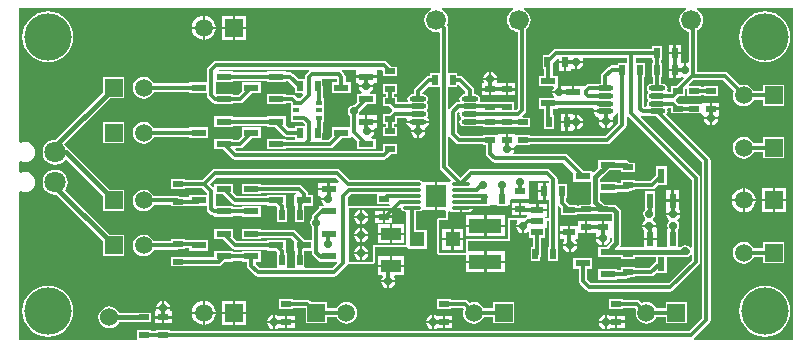
<source format=gtl>
G04 Layer_Physical_Order=1*
G04 Layer_Color=255*
%FSLAX24Y24*%
%MOIN*%
G70*
G01*
G75*
%ADD10R,0.0354X0.0197*%
%ADD11R,0.0197X0.0354*%
%ADD12O,0.0571X0.0177*%
%ADD13R,0.0512X0.0236*%
%ADD14R,0.0236X0.0165*%
%ADD15R,0.0236X0.0512*%
%ADD16R,0.0413X0.0236*%
%ADD17R,0.1102X0.0492*%
%ADD18O,0.0630X0.0118*%
%ADD19R,0.0661X0.0740*%
%ADD20R,0.0512X0.0512*%
%ADD21R,0.0669X0.0433*%
%ADD22C,0.0120*%
%ADD23C,0.0150*%
%ADD24C,0.0591*%
%ADD25R,0.0591X0.0591*%
%ADD26C,0.0661*%
%ADD27C,0.0709*%
%ADD28C,0.0197*%
%ADD29C,0.0280*%
%ADD30C,0.1575*%
%ADD31C,0.0600*%
G36*
X28449Y19099D02*
X28644Y18904D01*
X28691Y18873D01*
X28745Y18862D01*
X28745Y18862D01*
X29563D01*
Y18846D01*
X29657D01*
Y18550D01*
X29657Y18550D01*
X29668Y18495D01*
X29699Y18449D01*
X29849Y18299D01*
X29895Y18268D01*
X29950Y18257D01*
X29950Y18257D01*
X32227D01*
X32571Y17914D01*
Y17622D01*
X33142D01*
Y16945D01*
X33150Y16904D01*
X33119Y16854D01*
X32763D01*
Y16817D01*
X32698D01*
Y16852D01*
X32455D01*
X32338Y16969D01*
Y17063D01*
X32354D01*
Y17537D01*
X32043D01*
Y17700D01*
X32043Y17700D01*
X32032Y17755D01*
X32001Y17801D01*
X32001Y17801D01*
X31801Y18001D01*
X31755Y18032D01*
X31700Y18043D01*
X31700Y18043D01*
X29173D01*
X29173Y18043D01*
X29119Y18032D01*
X29072Y18001D01*
X29072Y18001D01*
X28817Y17746D01*
X28393Y18170D01*
Y19093D01*
X28443Y19109D01*
X28449Y19099D01*
D02*
G37*
G36*
X27820Y23348D02*
X27803Y23341D01*
X27721Y23279D01*
X27659Y23197D01*
X27619Y23102D01*
X27606Y23000D01*
X27619Y22898D01*
X27659Y22803D01*
X27721Y22721D01*
X27803Y22659D01*
X27898Y22619D01*
X28000Y22606D01*
X28057Y22613D01*
X28107Y22570D01*
Y21237D01*
X27796D01*
Y21147D01*
X27750Y21143D01*
X27695Y21132D01*
X27649Y21101D01*
X27283Y20735D01*
X27252Y20688D01*
X27241Y20634D01*
X27241Y20634D01*
Y20535D01*
X27187D01*
X27129Y20524D01*
X27080Y20491D01*
X27047Y20442D01*
X27036Y20384D01*
X27047Y20326D01*
X27051Y20321D01*
X27024Y20271D01*
X26687D01*
Y20454D01*
X26593D01*
Y20546D01*
X26687D01*
Y20863D01*
X26213D01*
Y20546D01*
X26307D01*
Y20454D01*
X26213D01*
Y20137D01*
X26407D01*
X26513Y20031D01*
X26516Y20022D01*
Y19978D01*
X26513Y19969D01*
X26407Y19863D01*
X26213D01*
Y19546D01*
X26307D01*
Y19454D01*
X26213D01*
Y19137D01*
X26687D01*
Y19454D01*
X26593D01*
Y19546D01*
X26687D01*
Y19729D01*
X26980D01*
X27007Y19679D01*
X27003Y19656D01*
X27765D01*
X27758Y19690D01*
X27717Y19752D01*
X27691Y19769D01*
X27721Y19814D01*
X27732Y19872D01*
X27721Y19930D01*
X27696Y19966D01*
X27691Y20000D01*
X27696Y20034D01*
X27721Y20070D01*
X27732Y20128D01*
X27721Y20186D01*
X27688Y20235D01*
Y20277D01*
X27721Y20326D01*
X27732Y20384D01*
X27721Y20442D01*
X27688Y20491D01*
X27639Y20524D01*
X27581Y20535D01*
X27552D01*
X27537Y20585D01*
X27750Y20798D01*
X27796Y20779D01*
Y20763D01*
X28107D01*
Y18111D01*
X28107Y18111D01*
X28118Y18056D01*
X28149Y18010D01*
X28480Y17679D01*
X28475Y17630D01*
X28431Y17620D01*
X28431Y17620D01*
X28040D01*
Y17150D01*
Y16680D01*
X28304D01*
X28339Y16644D01*
X28340Y16632D01*
X28335Y16621D01*
Y16415D01*
X28100D01*
X28054Y16396D01*
X28035Y16350D01*
Y15250D01*
X28054Y15204D01*
X28100Y15185D01*
X28989D01*
Y14990D01*
X29600D01*
Y15296D01*
X29065D01*
Y15635D01*
X30400D01*
X30446Y15654D01*
X30465Y15700D01*
Y16335D01*
X30675D01*
X30702Y16285D01*
X30674Y16244D01*
X30663Y16190D01*
X30900D01*
Y16150D01*
X30940D01*
Y15913D01*
X30994Y15924D01*
X31052Y15963D01*
X31102Y15937D01*
Y15748D01*
X31212D01*
Y15437D01*
X31146D01*
Y14963D01*
X31463D01*
Y15110D01*
X31487Y15145D01*
X31497Y15200D01*
Y15748D01*
X31635D01*
Y16082D01*
X31675D01*
Y16322D01*
X31715Y16331D01*
X31757Y16299D01*
Y15437D01*
X31737D01*
Y14963D01*
X32054D01*
Y15437D01*
X32043D01*
Y16797D01*
X32093Y16812D01*
X32094Y16809D01*
X32165Y16739D01*
Y16496D01*
X32698D01*
Y16531D01*
X32979D01*
X32979Y16531D01*
X33007Y16537D01*
X33237D01*
Y16553D01*
X33313D01*
Y16537D01*
X33787D01*
Y16537D01*
X33839D01*
X33842Y16535D01*
Y16347D01*
X33827Y16303D01*
X33792Y16303D01*
X33590D01*
Y16105D01*
X33510D01*
Y16303D01*
X33040D01*
Y16105D01*
Y15906D01*
X33313D01*
X33336Y15862D01*
X33324Y15844D01*
X33313Y15790D01*
X33550D01*
Y15750D01*
X33590D01*
Y15513D01*
X33644Y15524D01*
X33723Y15577D01*
X33776Y15656D01*
X33792Y15736D01*
X33842Y15731D01*
Y15626D01*
X33668Y15452D01*
X33397D01*
Y15096D01*
X34029D01*
Y15116D01*
X34163D01*
Y15037D01*
X34637D01*
Y15119D01*
X35322D01*
Y14960D01*
X35109Y14747D01*
X34637D01*
Y14763D01*
X34163D01*
Y14669D01*
X34029D01*
Y14704D01*
X33397D01*
Y14348D01*
X34029D01*
Y14383D01*
X34321D01*
X34321Y14383D01*
X34376Y14394D01*
X34422Y14425D01*
X34443Y14446D01*
X34637D01*
Y14462D01*
X35168D01*
X35168Y14462D01*
X35223Y14473D01*
X35269Y14504D01*
X35336Y14571D01*
X35678D01*
Y15119D01*
X36210D01*
X36222Y15112D01*
X36300Y15096D01*
X36378Y15112D01*
X36444Y15156D01*
X36457Y15175D01*
X36507Y15160D01*
Y15009D01*
X35741Y14243D01*
X33159D01*
X33029Y14373D01*
Y14722D01*
X33203D01*
Y15078D01*
X32571D01*
Y14722D01*
X32744D01*
Y14313D01*
X32744Y14313D01*
X32755Y14259D01*
X32786Y14212D01*
X32999Y13999D01*
X32999Y13999D01*
X33045Y13968D01*
X33100Y13957D01*
X35800D01*
X35800Y13957D01*
X35855Y13968D01*
X35901Y13999D01*
X36751Y14849D01*
X36751Y14849D01*
X36782Y14895D01*
X36793Y14950D01*
X36793Y14950D01*
Y17750D01*
X36793Y17750D01*
X36782Y17805D01*
X36751Y17851D01*
X36751Y17851D01*
X34811Y19791D01*
X34811Y19792D01*
X34841Y19832D01*
X34884Y19823D01*
X35125D01*
X35169Y19815D01*
X35316D01*
X36857Y18273D01*
Y13059D01*
X36441Y12643D01*
X19137D01*
Y12663D01*
X18663D01*
Y12643D01*
X18487D01*
Y12663D01*
X18013D01*
Y12352D01*
X14102D01*
Y17271D01*
X14152Y17298D01*
X14212Y17273D01*
X14300Y17262D01*
X14388Y17273D01*
X14469Y17307D01*
X14539Y17361D01*
X14593Y17431D01*
X14627Y17512D01*
X14638Y17600D01*
X14627Y17688D01*
X14593Y17769D01*
X14539Y17839D01*
X14469Y17893D01*
X14388Y17927D01*
X14300Y17938D01*
X14212Y17927D01*
X14152Y17902D01*
X14102Y17929D01*
Y18271D01*
X14152Y18298D01*
X14212Y18273D01*
X14300Y18262D01*
X14388Y18273D01*
X14469Y18307D01*
X14539Y18361D01*
X14593Y18431D01*
X14627Y18512D01*
X14638Y18600D01*
X14627Y18688D01*
X14593Y18769D01*
X14539Y18839D01*
X14469Y18893D01*
X14388Y18927D01*
X14300Y18938D01*
X14212Y18927D01*
X14152Y18902D01*
X14102Y18929D01*
Y23398D01*
X27810D01*
X27820Y23348D01*
D02*
G37*
G36*
X35196Y21663D02*
X35212D01*
Y21587D01*
X35196D01*
Y21113D01*
X35212D01*
Y20885D01*
X35169D01*
X35111Y20874D01*
X35062Y20841D01*
X35029Y20792D01*
X35018Y20734D01*
X35029Y20676D01*
X35062Y20627D01*
Y20585D01*
X35029Y20536D01*
X35018Y20478D01*
X35029Y20420D01*
X35054Y20384D01*
X35059Y20350D01*
X35054Y20316D01*
X35029Y20280D01*
X35018Y20222D01*
X35029Y20164D01*
X35033Y20159D01*
X35006Y20109D01*
X34943D01*
X34938Y20114D01*
Y21113D01*
X34954D01*
Y21587D01*
X34643D01*
Y21757D01*
X35196D01*
Y21663D01*
D02*
G37*
G36*
X39898Y12352D02*
X36620D01*
X36604Y12391D01*
X36604Y12402D01*
X37101Y12899D01*
X37101Y12899D01*
X37132Y12945D01*
X37143Y13000D01*
X37143Y13000D01*
Y18332D01*
X37143Y18332D01*
X37132Y18387D01*
X37101Y18433D01*
X37101Y18433D01*
X35672Y19862D01*
X35703Y19908D01*
X35714Y19966D01*
X35703Y20024D01*
X35699Y20029D01*
X35726Y20079D01*
X35813D01*
Y19896D01*
X36287D01*
Y19912D01*
X36363D01*
Y19896D01*
X36823D01*
X36837Y19896D01*
X36873Y19862D01*
Y19856D01*
X36877D01*
X36916Y19806D01*
X36913Y19790D01*
X37387D01*
X37383Y19806D01*
X37423Y19856D01*
X37427D01*
Y20015D01*
X37150D01*
Y20055D01*
X37110D01*
Y20253D01*
X36873D01*
Y20248D01*
X36837Y20213D01*
X36823Y20213D01*
X36363D01*
Y20197D01*
X36287D01*
Y20213D01*
X36093D01*
X35987Y20319D01*
X35981Y20335D01*
Y20365D01*
X35987Y20381D01*
X36093Y20487D01*
X36287D01*
Y20701D01*
X36315Y20724D01*
X36363Y20703D01*
Y20487D01*
X36837D01*
Y20503D01*
X36913D01*
Y20487D01*
X37387D01*
Y20804D01*
X36913D01*
Y20788D01*
X36837D01*
Y20804D01*
X36449D01*
X36429Y20850D01*
X36573Y20993D01*
X37555D01*
X37919Y20629D01*
X37904Y20593D01*
X37892Y20500D01*
X37904Y20407D01*
X37940Y20321D01*
X37997Y20247D01*
X38071Y20190D01*
X38157Y20154D01*
X38250Y20142D01*
X38343Y20154D01*
X38429Y20190D01*
X38503Y20247D01*
X38560Y20321D01*
X38575Y20357D01*
X38895D01*
Y20145D01*
X39605D01*
Y20855D01*
X38895D01*
Y20643D01*
X38575D01*
X38560Y20679D01*
X38503Y20753D01*
X38429Y20810D01*
X38343Y20846D01*
X38250Y20858D01*
X38157Y20846D01*
X38121Y20831D01*
X37715Y21237D01*
X37668Y21268D01*
X37614Y21279D01*
X37614Y21279D01*
X36703D01*
Y22663D01*
X36779Y22721D01*
X36841Y22803D01*
X36881Y22898D01*
X36894Y23000D01*
X36881Y23102D01*
X36841Y23197D01*
X36779Y23279D01*
X36697Y23341D01*
X36680Y23348D01*
X36690Y23398D01*
X39898D01*
Y12352D01*
D02*
G37*
G36*
X34399Y19799D02*
X36507Y17691D01*
Y15440D01*
X36457Y15425D01*
X36444Y15444D01*
X36378Y15488D01*
X36300Y15504D01*
X36222Y15488D01*
X36156Y15444D01*
X36150Y15436D01*
X36052D01*
Y16018D01*
X36088Y16072D01*
X36104Y16150D01*
X36088Y16228D01*
X36044Y16294D01*
X36034Y16301D01*
Y16351D01*
X36073Y16377D01*
X36126Y16456D01*
X36137Y16510D01*
X35663D01*
X35674Y16456D01*
X35727Y16377D01*
X35766Y16351D01*
Y16301D01*
X35756Y16294D01*
X35712Y16228D01*
X35696Y16150D01*
X35710Y16079D01*
X35696Y16029D01*
X35696D01*
X35696Y16029D01*
Y15436D01*
X35344D01*
Y15673D01*
X34908D01*
Y15436D01*
X34400D01*
X34352Y15426D01*
X34321Y15432D01*
X34161D01*
X34134Y15482D01*
X34146Y15500D01*
X34158Y15561D01*
Y16600D01*
X34146Y16660D01*
X34112Y16712D01*
X34012Y16812D01*
X33960Y16846D01*
X33900Y16858D01*
X33876Y16853D01*
X33787D01*
Y16854D01*
X33615D01*
X33458Y17011D01*
Y17248D01*
X34029D01*
Y17283D01*
X34400D01*
X34455Y17294D01*
X34501Y17325D01*
X34515Y17346D01*
X34637D01*
Y17362D01*
X35191D01*
X35191Y17362D01*
X35246Y17373D01*
X35292Y17404D01*
X35386Y17497D01*
X35678D01*
Y18129D01*
X35322D01*
Y17837D01*
X35132Y17647D01*
X34637D01*
Y17663D01*
X34163D01*
Y17569D01*
X34029D01*
Y17604D01*
X33458D01*
Y17695D01*
X33759Y17996D01*
X34029D01*
Y18016D01*
X34163D01*
Y17937D01*
X34637D01*
Y18254D01*
X34465D01*
X34433Y18286D01*
X34382Y18320D01*
X34321Y18332D01*
X34029D01*
Y18352D01*
X33397D01*
Y18082D01*
X33249Y17933D01*
X33203Y17952D01*
Y17978D01*
X32910D01*
X32388Y18501D01*
X32341Y18532D01*
X32287Y18543D01*
X32287Y18543D01*
X30587D01*
X30563Y18587D01*
X30576Y18606D01*
X30587Y18660D01*
X30350D01*
Y18740D01*
X30587D01*
X30584Y18756D01*
X30623Y18806D01*
X30627D01*
Y18812D01*
X30663Y18846D01*
X31137D01*
Y18862D01*
X33705D01*
X33705Y18862D01*
X33759Y18873D01*
X33806Y18904D01*
X34306Y19404D01*
X34306Y19404D01*
X34337Y19450D01*
X34347Y19505D01*
X34347Y19505D01*
Y19786D01*
X34397Y19801D01*
X34399Y19799D01*
D02*
G37*
G36*
X31748Y17650D02*
X31757Y17641D01*
Y17577D01*
X31645D01*
Y17300D01*
Y17023D01*
X31757D01*
Y16435D01*
X31722Y16400D01*
X31635D01*
Y16456D01*
X31675D01*
Y16634D01*
X31369D01*
Y16674D01*
X31328D01*
Y16892D01*
X31077D01*
Y16903D01*
X30840D01*
Y16705D01*
Y16506D01*
X31016D01*
X31025Y16494D01*
X31022Y16458D01*
X31007Y16434D01*
X30995Y16432D01*
X30949Y16401D01*
X30948Y16400D01*
X30400D01*
Y15700D01*
X29000D01*
Y15250D01*
X28100D01*
Y16350D01*
X28400D01*
Y16621D01*
X28431Y16635D01*
X28450Y16639D01*
X28499Y16606D01*
X28561Y16594D01*
X28777D01*
Y16756D01*
X28817D01*
Y16796D01*
X29252D01*
X29264Y16810D01*
X29498D01*
X29498Y16810D01*
X29511Y16813D01*
X29763D01*
Y16815D01*
X29799Y16850D01*
X30037D01*
Y16813D01*
X30354D01*
Y16815D01*
X30389Y16850D01*
X30450D01*
X30450Y17015D01*
X30485Y17050D01*
X31100Y17050D01*
X31100Y17650D01*
X31748Y17650D01*
D02*
G37*
G36*
X36320Y23348D02*
X36303Y23341D01*
X36221Y23279D01*
X36159Y23197D01*
X36119Y23102D01*
X36106Y23000D01*
X36119Y22898D01*
X36159Y22803D01*
X36221Y22721D01*
X36303Y22659D01*
X36398Y22619D01*
X36417Y22617D01*
Y21616D01*
X36367Y21581D01*
X36340Y21587D01*
Y21350D01*
X36260D01*
Y21587D01*
X36206Y21576D01*
X36188Y21564D01*
X36144Y21587D01*
Y21860D01*
X35747D01*
Y21623D01*
Y21390D01*
X35945D01*
Y21350D01*
X35985D01*
Y21073D01*
X36144D01*
Y21113D01*
X36188Y21136D01*
X36189Y21136D01*
X36206Y21124D01*
X36229Y21119D01*
X36232Y21118D01*
X36247Y21071D01*
X35980Y20804D01*
X35813D01*
Y20621D01*
X35726D01*
X35699Y20671D01*
X35703Y20676D01*
X35714Y20734D01*
X35703Y20792D01*
X35670Y20841D01*
X35621Y20874D01*
X35563Y20885D01*
X35497D01*
Y21113D01*
X35513D01*
Y21587D01*
X35497D01*
Y21663D01*
X35513D01*
Y22137D01*
X35196D01*
Y22043D01*
X32005D01*
X32005Y22043D01*
X31950Y22032D01*
X31904Y22001D01*
X31904Y22001D01*
X31740Y21837D01*
X31546D01*
Y21363D01*
X31594D01*
Y21152D01*
X31421D01*
Y20796D01*
X31886D01*
X31913Y20746D01*
X31878Y20694D01*
X31868Y20640D01*
X32064D01*
Y20864D01*
X32053Y20874D01*
Y21152D01*
X31879D01*
Y21568D01*
X31879Y21572D01*
X32047Y21740D01*
X32097Y21720D01*
Y21640D01*
X32295D01*
Y21600D01*
X32335D01*
Y21323D01*
X32494D01*
Y21363D01*
X32538Y21386D01*
X32556Y21374D01*
X32610Y21363D01*
Y21600D01*
X32650D01*
Y21640D01*
X32887D01*
X32876Y21694D01*
X32863Y21713D01*
X32887Y21757D01*
X34357D01*
Y21587D01*
X34046D01*
Y21493D01*
X33850D01*
X33850Y21493D01*
X33795Y21482D01*
X33749Y21451D01*
X33533Y21235D01*
X33502Y21188D01*
X33491Y21134D01*
X33491Y21134D01*
Y20885D01*
X33437D01*
X33393Y20877D01*
X33084D01*
X33084Y20877D01*
X33029Y20866D01*
X32983Y20835D01*
X32983Y20835D01*
X32966Y20818D01*
X32919Y20818D01*
Y20818D01*
X32919Y20818D01*
X32603D01*
Y20600D01*
X32523D01*
Y20818D01*
X32210D01*
X32198Y20826D01*
X32144Y20837D01*
Y20600D01*
X32104D01*
Y20560D01*
X31868D01*
X31878Y20506D01*
X31913Y20454D01*
X31886Y20404D01*
X31421D01*
Y20048D01*
X31594D01*
Y19618D01*
X31594Y19618D01*
X31596Y19606D01*
Y19363D01*
X31913D01*
Y19837D01*
X31879D01*
Y20048D01*
X32053D01*
Y20083D01*
X33236D01*
X33250Y20057D01*
X33258Y20033D01*
X33253Y20006D01*
X33634D01*
Y19926D01*
X33253D01*
X33259Y19893D01*
X33301Y19830D01*
X33363Y19789D01*
X33390Y19783D01*
X33398Y19774D01*
X33420Y19726D01*
X33413Y19690D01*
X33887D01*
X33878Y19732D01*
X33896Y19787D01*
X33904Y19789D01*
X33967Y19830D01*
X34008Y19893D01*
X34012Y19911D01*
X34062Y19906D01*
Y19564D01*
X33646Y19147D01*
X31137D01*
Y19163D01*
X30663D01*
X30627Y19198D01*
Y19203D01*
X30390D01*
Y19005D01*
X30310D01*
Y19203D01*
X30073D01*
Y19198D01*
X30037Y19163D01*
X29563D01*
Y19147D01*
X28804D01*
X28693Y19259D01*
Y19891D01*
X28727Y19926D01*
X28774Y19901D01*
X28768Y19872D01*
X28779Y19814D01*
X28812Y19765D01*
Y19723D01*
X28779Y19674D01*
X28768Y19616D01*
X28779Y19558D01*
X28812Y19509D01*
X28861Y19476D01*
X28919Y19465D01*
X29313D01*
X29357Y19473D01*
X29563D01*
Y19437D01*
X30037D01*
Y19453D01*
X30113D01*
Y19437D01*
X30587D01*
Y19453D01*
X30663D01*
Y19437D01*
X31137D01*
Y19754D01*
X30876D01*
X30856Y19804D01*
X30951Y19899D01*
X30951Y19899D01*
X30982Y19945D01*
X30993Y20000D01*
X30993Y20000D01*
Y22694D01*
X31029Y22721D01*
X31091Y22803D01*
X31131Y22898D01*
X31144Y23000D01*
X31131Y23102D01*
X31091Y23197D01*
X31029Y23279D01*
X30947Y23341D01*
X30930Y23348D01*
X30940Y23398D01*
X36310D01*
X36320Y23348D01*
D02*
G37*
G36*
X28973Y20625D02*
Y20535D01*
X28919D01*
X28861Y20524D01*
X28812Y20491D01*
X28779Y20442D01*
X28768Y20384D01*
X28779Y20326D01*
X28783Y20321D01*
X28756Y20271D01*
X28728D01*
X28728Y20271D01*
X28673Y20260D01*
X28627Y20229D01*
X28627Y20229D01*
X28449Y20051D01*
X28443Y20041D01*
X28393Y20057D01*
Y20763D01*
X28704D01*
Y20826D01*
X28754Y20844D01*
X28973Y20625D01*
D02*
G37*
G36*
X30570Y23348D02*
X30553Y23341D01*
X30471Y23279D01*
X30409Y23197D01*
X30369Y23102D01*
X30356Y23000D01*
X30369Y22898D01*
X30409Y22803D01*
X30471Y22721D01*
X30553Y22659D01*
X30648Y22619D01*
X30707Y22612D01*
Y20059D01*
X30663Y20015D01*
X30587D01*
Y20263D01*
X30365D01*
X30327Y20271D01*
X30327Y20271D01*
X29476D01*
X29449Y20321D01*
X29453Y20326D01*
X29464Y20384D01*
X29453Y20442D01*
X29420Y20491D01*
X29371Y20524D01*
X29313Y20535D01*
X29259D01*
Y20684D01*
X29248Y20738D01*
X29217Y20785D01*
X29217Y20785D01*
X28901Y21101D01*
X28855Y21132D01*
X28800Y21143D01*
X28800Y21143D01*
X28704D01*
Y21237D01*
X28393D01*
Y22750D01*
X28382Y22805D01*
X28357Y22841D01*
X28381Y22898D01*
X28394Y23000D01*
X28381Y23102D01*
X28341Y23197D01*
X28279Y23279D01*
X28197Y23341D01*
X28180Y23348D01*
X28190Y23398D01*
X30560D01*
X30570Y23348D01*
D02*
G37*
%LPC*%
G36*
X28896Y16056D02*
X28581D01*
Y15740D01*
X28896D01*
Y16056D01*
D02*
G37*
G36*
X32960Y16303D02*
X32723D01*
Y16144D01*
X32471D01*
Y15926D01*
X32431D01*
Y15886D01*
X32125D01*
Y15708D01*
X32245D01*
X32247Y15705D01*
X32267Y15658D01*
X32224Y15594D01*
X32213Y15540D01*
X32687D01*
X32676Y15594D01*
X32633Y15658D01*
X32653Y15705D01*
X32655Y15708D01*
X32738D01*
Y15906D01*
X32960D01*
Y16105D01*
Y16303D01*
D02*
G37*
G36*
X35337Y16110D02*
X34863D01*
X34874Y16056D01*
X34908Y16006D01*
Y15753D01*
X35344D01*
Y16069D01*
X35344D01*
X35332Y16084D01*
X35337Y16110D01*
D02*
G37*
G36*
X33510Y15710D02*
X33313D01*
X33324Y15656D01*
X33377Y15577D01*
X33456Y15524D01*
X33510Y15513D01*
Y15710D01*
D02*
G37*
G36*
X29600Y16110D02*
X28989D01*
Y15804D01*
X29600D01*
Y16110D01*
D02*
G37*
G36*
X23237Y13704D02*
X22763D01*
Y13387D01*
X23237D01*
Y13403D01*
X23645D01*
Y12895D01*
X24355D01*
Y13107D01*
X24675D01*
X24690Y13071D01*
X24747Y12997D01*
X24821Y12940D01*
X24907Y12904D01*
X25000Y12892D01*
X25093Y12904D01*
X25179Y12940D01*
X25253Y12997D01*
X25310Y13071D01*
X25346Y13157D01*
X25358Y13250D01*
X25346Y13343D01*
X25310Y13429D01*
X25253Y13503D01*
X25179Y13560D01*
X25093Y13596D01*
X25000Y13608D01*
X24907Y13596D01*
X24821Y13560D01*
X24747Y13503D01*
X24690Y13429D01*
X24675Y13393D01*
X24355D01*
Y13605D01*
X23847D01*
X23806Y13646D01*
X23759Y13677D01*
X23705Y13688D01*
X23705Y13688D01*
X23237D01*
Y13704D01*
D02*
G37*
G36*
X24700Y18043D02*
X24700Y18043D01*
X20609D01*
X20555Y18032D01*
X20509Y18001D01*
X20509Y18001D01*
X20196Y17688D01*
X19637D01*
Y17704D01*
X19163D01*
Y17387D01*
X19637D01*
Y17403D01*
X20196D01*
X20357Y17241D01*
Y17178D01*
X19771D01*
Y17097D01*
X19637D01*
Y17113D01*
X19437D01*
X19409Y17132D01*
X19355Y17143D01*
X19355Y17143D01*
X18575D01*
X18560Y17179D01*
X18503Y17253D01*
X18429Y17310D01*
X18343Y17346D01*
X18250Y17358D01*
X18157Y17346D01*
X18071Y17310D01*
X17997Y17253D01*
X17940Y17179D01*
X17904Y17093D01*
X17892Y17000D01*
X17904Y16907D01*
X17940Y16821D01*
X17997Y16747D01*
X18071Y16690D01*
X18157Y16654D01*
X18250Y16642D01*
X18343Y16654D01*
X18429Y16690D01*
X18503Y16747D01*
X18560Y16821D01*
X18575Y16857D01*
X19163D01*
Y16796D01*
X19637D01*
Y16812D01*
X20041D01*
X20041Y16812D01*
X20091Y16822D01*
X20357D01*
Y16700D01*
X20357Y16700D01*
X20368Y16645D01*
X20399Y16599D01*
X20473Y16525D01*
X20473Y16525D01*
X20519Y16494D01*
X20574Y16483D01*
X20597D01*
Y16448D01*
X21229D01*
Y16483D01*
X21521D01*
Y16448D01*
X22153D01*
Y16804D01*
X21521D01*
Y16769D01*
X21229D01*
Y16804D01*
X20643D01*
Y17196D01*
X20890D01*
X21186Y16899D01*
X21186Y16899D01*
X21233Y16868D01*
X21287Y16857D01*
X21287Y16857D01*
X22347D01*
Y16822D01*
X22640D01*
X22681Y16781D01*
X22696Y16737D01*
X22696Y16737D01*
X22696D01*
X22696Y16737D01*
Y16263D01*
X23013D01*
Y16737D01*
X22997D01*
Y16809D01*
X22997Y16809D01*
X22987Y16863D01*
X22979Y16874D01*
Y17178D01*
X22347D01*
Y17143D01*
X21347D01*
X21229Y17260D01*
Y17552D01*
X20597D01*
Y17470D01*
X20551Y17451D01*
X20457Y17545D01*
X20669Y17757D01*
X24641D01*
X24756Y17642D01*
X24735Y17592D01*
X24453D01*
Y17374D01*
X24413D01*
Y17334D01*
X24057D01*
Y17156D01*
X24127D01*
X24166Y17106D01*
X24163Y17090D01*
X24400D01*
Y17010D01*
X24163D01*
X24174Y16956D01*
X24227Y16877D01*
X24261Y16854D01*
X24246Y16804D01*
X24097D01*
Y16742D01*
X24075Y16727D01*
X23899Y16551D01*
X23868Y16505D01*
X23857Y16450D01*
X23857Y16450D01*
Y16395D01*
X23856Y16394D01*
X23812Y16328D01*
X23796Y16250D01*
X23812Y16172D01*
X23856Y16106D01*
X23857Y16105D01*
Y15678D01*
X23610D01*
X23314Y15975D01*
X23267Y16006D01*
X23213Y16017D01*
X23213Y16017D01*
X22153D01*
Y16052D01*
X21521D01*
Y15696D01*
X22153D01*
Y15731D01*
X23153D01*
X23271Y15614D01*
Y15322D01*
X23303D01*
Y15237D01*
X23287D01*
Y14763D01*
X23245Y14743D01*
X23055D01*
X23013Y14763D01*
X23013Y14793D01*
Y15237D01*
X22997D01*
Y15309D01*
X22997Y15309D01*
X22987Y15363D01*
X22979Y15374D01*
Y15678D01*
X22347D01*
Y15643D01*
X21347D01*
X21229Y15760D01*
Y16052D01*
X20597D01*
Y15696D01*
X20890D01*
X21186Y15399D01*
X21186Y15399D01*
X21233Y15368D01*
X21287Y15357D01*
X21287Y15357D01*
X22347D01*
Y15322D01*
X22640D01*
X22681Y15281D01*
X22696Y15237D01*
X22696Y15237D01*
X22696D01*
X22696Y15237D01*
Y14793D01*
X22696Y14763D01*
X22655Y14743D01*
X22109D01*
X21979Y14873D01*
Y14948D01*
X22153D01*
Y15304D01*
X21521D01*
Y15269D01*
X21229D01*
Y15304D01*
X20597D01*
Y15097D01*
X19637D01*
Y15113D01*
X19163D01*
Y14796D01*
X19637D01*
Y14812D01*
X20742D01*
X20742Y14812D01*
X20797Y14823D01*
X20843Y14854D01*
X20937Y14948D01*
X21229D01*
Y14983D01*
X21521D01*
Y14948D01*
X21694D01*
Y14813D01*
X21694Y14813D01*
X21705Y14759D01*
X21736Y14712D01*
X21949Y14499D01*
X21949Y14499D01*
X21995Y14468D01*
X22050Y14457D01*
X24600D01*
X24600Y14457D01*
X24655Y14468D01*
X24701Y14499D01*
X25001Y14799D01*
X25001Y14799D01*
X25032Y14845D01*
X25034Y14858D01*
X25091Y14889D01*
X25100Y14885D01*
X25900D01*
X25946Y14904D01*
X25965Y14950D01*
Y15435D01*
X27000D01*
X27002Y15436D01*
X27044Y15408D01*
Y15384D01*
X27675D01*
Y16016D01*
X27326D01*
Y16635D01*
X27439D01*
X27485Y16644D01*
X27524Y16670D01*
X27560Y16678D01*
X27570Y16680D01*
X27591Y16680D01*
X27960D01*
Y17150D01*
Y17620D01*
X27591D01*
X27570Y17620D01*
X27560Y17622D01*
X27524Y17630D01*
X27485Y17656D01*
X27439Y17665D01*
X27253D01*
X27238Y17676D01*
X27183Y17686D01*
X25115D01*
X24801Y18001D01*
X24755Y18032D01*
X24700Y18043D01*
D02*
G37*
G36*
X28501Y16056D02*
X28185D01*
Y15740D01*
X28501D01*
Y16056D01*
D02*
G37*
G36*
X21645Y13210D02*
X21290D01*
Y12855D01*
X21645D01*
Y13210D01*
D02*
G37*
G36*
X20643D02*
X20290D01*
Y12857D01*
X20353Y12865D01*
X20449Y12905D01*
X20532Y12968D01*
X20595Y13051D01*
X20635Y13147D01*
X20643Y13210D01*
D02*
G37*
G36*
X20210D02*
X19857D01*
X19865Y13147D01*
X19905Y13051D01*
X19968Y12968D01*
X20051Y12905D01*
X20147Y12865D01*
X20210Y12857D01*
Y13210D01*
D02*
G37*
G36*
X33610Y12910D02*
X33413D01*
X33424Y12856D01*
X33477Y12777D01*
X33556Y12724D01*
X33610Y12713D01*
Y12910D01*
D02*
G37*
G36*
X27940Y13187D02*
Y12950D01*
Y12713D01*
X27994Y12724D01*
X28042Y12756D01*
X28210D01*
Y12955D01*
Y13153D01*
X28028D01*
X27994Y13176D01*
X27940Y13187D01*
D02*
G37*
G36*
X30291Y16496D02*
X29680D01*
Y16190D01*
X30291D01*
Y16496D01*
D02*
G37*
G36*
X33690Y13187D02*
Y12950D01*
Y12713D01*
X33744Y12724D01*
X33792Y12756D01*
X33960D01*
Y12955D01*
Y13153D01*
X33778D01*
X33744Y13176D01*
X33690Y13187D01*
D02*
G37*
G36*
X27860Y12910D02*
X27663D01*
X27674Y12856D01*
X27727Y12777D01*
X27806Y12724D01*
X27860Y12713D01*
Y12910D01*
D02*
G37*
G36*
X22560D02*
X22363D01*
X22374Y12856D01*
X22427Y12777D01*
X22506Y12724D01*
X22560Y12713D01*
Y12910D01*
D02*
G37*
G36*
X38950Y14152D02*
X38784Y14135D01*
X38624Y14087D01*
X38477Y14008D01*
X38348Y13902D01*
X38242Y13773D01*
X38163Y13626D01*
X38115Y13466D01*
X38098Y13300D01*
X38115Y13134D01*
X38163Y12974D01*
X38242Y12827D01*
X38348Y12698D01*
X38477Y12592D01*
X38624Y12513D01*
X38784Y12465D01*
X38950Y12449D01*
X39116Y12465D01*
X39276Y12513D01*
X39423Y12592D01*
X39552Y12698D01*
X39658Y12827D01*
X39737Y12974D01*
X39785Y13134D01*
X39801Y13300D01*
X39785Y13466D01*
X39737Y13626D01*
X39658Y13773D01*
X39552Y13902D01*
X39423Y14008D01*
X39276Y14087D01*
X39116Y14135D01*
X38950Y14152D01*
D02*
G37*
G36*
X22153Y17552D02*
X21521D01*
Y17196D01*
X22153D01*
Y17231D01*
X23323D01*
X23325Y17228D01*
X23298Y17178D01*
X23271D01*
Y16822D01*
X23303D01*
Y16737D01*
X23287D01*
Y16263D01*
X23604D01*
Y16737D01*
X23588D01*
Y16800D01*
X23610Y16822D01*
X23903D01*
Y17178D01*
X23761D01*
X23729Y17213D01*
X23718Y17268D01*
X23688Y17314D01*
X23688Y17314D01*
X23527Y17475D01*
X23481Y17506D01*
X23426Y17517D01*
X23426Y17517D01*
X22153D01*
Y17552D01*
D02*
G37*
G36*
X22640Y13187D02*
Y12950D01*
Y12713D01*
X22694Y12724D01*
X22742Y12756D01*
X22960D01*
Y12955D01*
Y13153D01*
X22728D01*
X22694Y13176D01*
X22640Y13187D01*
D02*
G37*
G36*
X34277Y12915D02*
X34040D01*
Y12756D01*
X34277D01*
Y12915D01*
D02*
G37*
G36*
X30860Y16110D02*
X30663D01*
X30674Y16056D01*
X30727Y15977D01*
X30806Y15924D01*
X30860Y15913D01*
Y16110D01*
D02*
G37*
G36*
X30291Y16110D02*
X29680D01*
Y15804D01*
X30291D01*
Y16110D01*
D02*
G37*
G36*
X21210Y13210D02*
X20855D01*
Y12855D01*
X21210D01*
Y13210D01*
D02*
G37*
G36*
X28527Y12915D02*
X28290D01*
Y12756D01*
X28527D01*
Y12915D01*
D02*
G37*
G36*
X35304Y17303D02*
X34948D01*
Y16682D01*
X34912Y16628D01*
X34896Y16550D01*
X34912Y16472D01*
X34956Y16406D01*
X34966Y16399D01*
Y16349D01*
X34927Y16323D01*
X34874Y16244D01*
X34863Y16190D01*
X35337D01*
X35326Y16244D01*
X35273Y16323D01*
X35234Y16349D01*
Y16399D01*
X35244Y16406D01*
X35288Y16472D01*
X35304Y16550D01*
X35290Y16621D01*
X35304Y16671D01*
X35304D01*
X35304Y16671D01*
Y17303D01*
D02*
G37*
G36*
X29600Y16496D02*
X28989D01*
Y16190D01*
X29600D01*
Y16496D01*
D02*
G37*
G36*
X23277Y12915D02*
X23040D01*
Y12756D01*
X23277D01*
Y12915D01*
D02*
G37*
G36*
X32392Y16144D02*
X32125D01*
Y15966D01*
X32392D01*
Y16144D01*
D02*
G37*
G36*
X28896Y15660D02*
X28581D01*
Y15344D01*
X28896D01*
Y15660D01*
D02*
G37*
G36*
X21210Y13645D02*
X20855D01*
Y13290D01*
X21210D01*
Y13645D01*
D02*
G37*
G36*
X21645D02*
X21290D01*
Y13290D01*
X21645D01*
Y13645D01*
D02*
G37*
G36*
X20210Y13643D02*
X20147Y13635D01*
X20051Y13595D01*
X19968Y13532D01*
X19905Y13449D01*
X19865Y13353D01*
X19857Y13290D01*
X20210D01*
Y13643D01*
D02*
G37*
G36*
X20290D02*
Y13290D01*
X20643D01*
X20635Y13353D01*
X20595Y13449D01*
X20532Y13532D01*
X20449Y13595D01*
X20353Y13635D01*
X20290Y13643D01*
D02*
G37*
G36*
X26360Y14260D02*
X26163D01*
X26174Y14206D01*
X26227Y14127D01*
X26306Y14074D01*
X26360Y14063D01*
Y14260D01*
D02*
G37*
G36*
X26637D02*
X26440D01*
Y14063D01*
X26494Y14074D01*
X26573Y14127D01*
X26626Y14206D01*
X26637Y14260D01*
D02*
G37*
G36*
X18860Y13637D02*
X18806Y13626D01*
X18727Y13573D01*
X18674Y13494D01*
X18663Y13440D01*
X18860D01*
Y13637D01*
D02*
G37*
G36*
X18940D02*
Y13440D01*
X19137D01*
X19126Y13494D01*
X19073Y13573D01*
X18994Y13626D01*
X18940Y13637D01*
D02*
G37*
G36*
X27860Y13187D02*
X27806Y13176D01*
X27727Y13123D01*
X27674Y13044D01*
X27663Y12990D01*
X27860D01*
Y13187D01*
D02*
G37*
G36*
X33610D02*
X33556Y13176D01*
X33477Y13123D01*
X33424Y13044D01*
X33413Y12990D01*
X33610D01*
Y13187D01*
D02*
G37*
G36*
X17100Y13463D02*
X17006Y13451D01*
X16918Y13414D01*
X16843Y13357D01*
X16786Y13282D01*
X16749Y13194D01*
X16737Y13100D01*
X16749Y13006D01*
X16786Y12918D01*
X16843Y12843D01*
X16918Y12786D01*
X17006Y12749D01*
X17100Y12737D01*
X17194Y12749D01*
X17282Y12786D01*
X17357Y12843D01*
X17414Y12918D01*
X17424Y12942D01*
X18013D01*
Y12937D01*
X18487D01*
Y13254D01*
X18272D01*
X18250Y13258D01*
X17424D01*
X17414Y13282D01*
X17357Y13357D01*
X17282Y13414D01*
X17194Y13451D01*
X17100Y13463D01*
D02*
G37*
G36*
X22560Y13187D02*
X22506Y13176D01*
X22427Y13123D01*
X22374Y13044D01*
X22363Y12990D01*
X22560D01*
Y13187D01*
D02*
G37*
G36*
X34277Y13153D02*
X34040D01*
Y12995D01*
X34277D01*
Y13153D01*
D02*
G37*
G36*
X19137Y13360D02*
X18663D01*
X18666Y13344D01*
X18627Y13294D01*
X18623D01*
Y13135D01*
X19177D01*
Y13294D01*
X19173D01*
X19133Y13344D01*
X19137Y13360D01*
D02*
G37*
G36*
X23277Y13153D02*
X23040D01*
Y12995D01*
X23277D01*
Y13153D01*
D02*
G37*
G36*
X28527D02*
X28290D01*
Y12995D01*
X28527D01*
Y13153D01*
D02*
G37*
G36*
X32410Y15460D02*
X32213D01*
X32224Y15406D01*
X32277Y15327D01*
X32356Y15274D01*
X32410Y15263D01*
Y15460D01*
D02*
G37*
G36*
X32687D02*
X32490D01*
Y15263D01*
X32544Y15274D01*
X32623Y15327D01*
X32676Y15406D01*
X32687Y15460D01*
D02*
G37*
G36*
X18860Y13055D02*
X18623D01*
Y12897D01*
X18860D01*
Y13055D01*
D02*
G37*
G36*
X15300Y18018D02*
X15192Y18004D01*
X15091Y17962D01*
X15005Y17895D01*
X14938Y17809D01*
X14896Y17708D01*
X14882Y17600D01*
X14896Y17492D01*
X14938Y17391D01*
X15005Y17305D01*
X15091Y17238D01*
X15192Y17196D01*
X15300Y17182D01*
X15339Y17187D01*
X16895Y15632D01*
Y15145D01*
X17605D01*
Y15855D01*
X17118D01*
X15627Y17346D01*
X15662Y17391D01*
X15704Y17492D01*
X15718Y17600D01*
X15704Y17708D01*
X15662Y17809D01*
X15596Y17895D01*
X15509Y17962D01*
X15408Y18004D01*
X15300Y18018D01*
D02*
G37*
G36*
X18250Y15858D02*
X18157Y15846D01*
X18071Y15810D01*
X17997Y15753D01*
X17940Y15679D01*
X17904Y15593D01*
X17892Y15500D01*
X17904Y15407D01*
X17940Y15321D01*
X17997Y15247D01*
X18071Y15190D01*
X18157Y15154D01*
X18250Y15142D01*
X18343Y15154D01*
X18429Y15190D01*
X18503Y15247D01*
X18560Y15321D01*
X18575Y15357D01*
X19355D01*
X19355Y15357D01*
X19409Y15368D01*
X19437Y15387D01*
X19637D01*
Y15403D01*
X19771D01*
Y15322D01*
X20403D01*
Y15678D01*
X20091D01*
X20041Y15688D01*
X20041Y15688D01*
X19637D01*
Y15704D01*
X19163D01*
Y15643D01*
X18575D01*
X18560Y15679D01*
X18503Y15753D01*
X18429Y15810D01*
X18343Y15846D01*
X18250Y15858D01*
D02*
G37*
G36*
X28501Y15660D02*
X28185D01*
Y15344D01*
X28501D01*
Y15660D01*
D02*
G37*
G36*
X34237Y13704D02*
X33763D01*
Y13387D01*
X34237D01*
Y13403D01*
X34627D01*
X34660Y13359D01*
X34654Y13343D01*
X34642Y13250D01*
X34654Y13157D01*
X34690Y13071D01*
X34747Y12997D01*
X34821Y12940D01*
X34907Y12904D01*
X35000Y12892D01*
X35093Y12904D01*
X35179Y12940D01*
X35253Y12997D01*
X35310Y13071D01*
X35325Y13107D01*
X35645D01*
Y12895D01*
X36355D01*
Y13605D01*
X35645D01*
Y13393D01*
X35325D01*
X35310Y13429D01*
X35253Y13503D01*
X35179Y13560D01*
X35093Y13596D01*
X35000Y13608D01*
X34907Y13596D01*
X34871Y13581D01*
X34806Y13646D01*
X34759Y13677D01*
X34705Y13688D01*
X34705Y13688D01*
X34237D01*
Y13704D01*
D02*
G37*
G36*
X28487D02*
X28013D01*
Y13387D01*
X28487D01*
Y13403D01*
X28877D01*
X28910Y13359D01*
X28904Y13343D01*
X28892Y13250D01*
X28904Y13157D01*
X28940Y13071D01*
X28997Y12997D01*
X29071Y12940D01*
X29157Y12904D01*
X29250Y12892D01*
X29343Y12904D01*
X29429Y12940D01*
X29503Y12997D01*
X29560Y13071D01*
X29575Y13107D01*
X29895D01*
Y12895D01*
X30605D01*
Y13605D01*
X29895D01*
Y13393D01*
X29575D01*
X29560Y13429D01*
X29503Y13503D01*
X29429Y13560D01*
X29343Y13596D01*
X29250Y13608D01*
X29157Y13596D01*
X29121Y13581D01*
X29056Y13646D01*
X29009Y13677D01*
X28955Y13688D01*
X28955Y13688D01*
X28487D01*
Y13704D01*
D02*
G37*
G36*
X30291Y14910D02*
X29680D01*
Y14604D01*
X30291D01*
Y14910D01*
D02*
G37*
G36*
X26460Y15135D02*
X26065D01*
Y14858D01*
X26460D01*
Y15135D01*
D02*
G37*
G36*
X26935Y14778D02*
X26065D01*
Y14502D01*
X26187D01*
X26213Y14452D01*
X26174Y14394D01*
X26163Y14340D01*
X26637D01*
X26626Y14394D01*
X26587Y14452D01*
X26613Y14502D01*
X26935D01*
Y14778D01*
D02*
G37*
G36*
X29600Y14910D02*
X28989D01*
Y14604D01*
X29600D01*
Y14910D01*
D02*
G37*
G36*
X30291Y15296D02*
X29680D01*
Y14990D01*
X30291D01*
Y15296D01*
D02*
G37*
G36*
X19177Y13055D02*
X18940D01*
Y12897D01*
X19177D01*
Y13055D01*
D02*
G37*
G36*
X26935Y15135D02*
X26540D01*
Y14858D01*
X26935D01*
Y15135D01*
D02*
G37*
G36*
X38250Y15608D02*
X38157Y15596D01*
X38071Y15560D01*
X37997Y15503D01*
X37940Y15429D01*
X37904Y15343D01*
X37892Y15250D01*
X37904Y15157D01*
X37940Y15071D01*
X37997Y14997D01*
X38071Y14940D01*
X38157Y14904D01*
X38250Y14892D01*
X38343Y14904D01*
X38429Y14940D01*
X38503Y14997D01*
X38560Y15071D01*
X38575Y15107D01*
X38895D01*
Y14895D01*
X39605D01*
Y15605D01*
X38895D01*
Y15393D01*
X38575D01*
X38560Y15429D01*
X38503Y15503D01*
X38429Y15560D01*
X38343Y15596D01*
X38250Y15608D01*
D02*
G37*
G36*
X15050Y14152D02*
X14884Y14135D01*
X14724Y14087D01*
X14577Y14008D01*
X14448Y13902D01*
X14342Y13773D01*
X14263Y13626D01*
X14215Y13466D01*
X14198Y13300D01*
X14215Y13134D01*
X14263Y12974D01*
X14342Y12827D01*
X14448Y12698D01*
X14577Y12592D01*
X14724Y12513D01*
X14884Y12465D01*
X15050Y12449D01*
X15216Y12465D01*
X15376Y12513D01*
X15523Y12592D01*
X15652Y12698D01*
X15758Y12827D01*
X15837Y12974D01*
X15885Y13134D01*
X15901Y13300D01*
X15885Y13466D01*
X15837Y13626D01*
X15758Y13773D01*
X15652Y13902D01*
X15523Y14008D01*
X15376Y14087D01*
X15216Y14135D01*
X15050Y14152D01*
D02*
G37*
G36*
X30627Y20894D02*
X30390D01*
Y20735D01*
X30627D01*
Y20894D01*
D02*
G37*
G36*
Y20655D02*
X30390D01*
Y20497D01*
X30627D01*
Y20655D01*
D02*
G37*
G36*
X30037Y21010D02*
X29563D01*
X29574Y20956D01*
X29586Y20938D01*
X29563Y20894D01*
X29523D01*
Y20735D01*
X29800D01*
Y20695D01*
X29840D01*
Y20497D01*
X30310D01*
Y20695D01*
Y20894D01*
X30037D01*
X30014Y20938D01*
X30026Y20956D01*
X30037Y21010D01*
D02*
G37*
G36*
X26019Y21084D02*
X25307D01*
Y20906D01*
X25377D01*
X25416Y20856D01*
X25413Y20840D01*
X25887D01*
X25884Y20856D01*
X25923Y20906D01*
X26019D01*
Y21084D01*
D02*
G37*
G36*
X29840Y21287D02*
Y21090D01*
X30037D01*
X30026Y21144D01*
X29973Y21223D01*
X29894Y21276D01*
X29840Y21287D01*
D02*
G37*
G36*
X29760D02*
X29706Y21276D01*
X29627Y21223D01*
X29574Y21144D01*
X29563Y21090D01*
X29760D01*
Y21287D01*
D02*
G37*
G36*
X35905Y21310D02*
X35747D01*
Y21073D01*
X35905D01*
Y21310D01*
D02*
G37*
G36*
X29760Y20655D02*
X29523D01*
Y20497D01*
X29760D01*
Y20655D01*
D02*
G37*
G36*
X37387Y19710D02*
X37190D01*
Y19513D01*
X37244Y19524D01*
X37323Y19577D01*
X37376Y19656D01*
X37387Y19710D01*
D02*
G37*
G36*
X37110D02*
X36913D01*
X36924Y19656D01*
X36977Y19577D01*
X37056Y19524D01*
X37110Y19513D01*
Y19710D01*
D02*
G37*
G36*
X33887Y19610D02*
X33690D01*
Y19413D01*
X33744Y19424D01*
X33823Y19477D01*
X33876Y19556D01*
X33887Y19610D01*
D02*
G37*
G36*
X32305Y19877D02*
X32147D01*
Y19640D01*
X32305D01*
Y19877D01*
D02*
G37*
G36*
X37427Y20253D02*
X37190D01*
Y20095D01*
X37427D01*
Y20253D01*
D02*
G37*
G36*
X26019Y19842D02*
X25703D01*
Y19664D01*
X26019D01*
Y19842D01*
D02*
G37*
G36*
X32690Y19837D02*
Y19640D01*
X32887D01*
X32876Y19694D01*
X32823Y19773D01*
X32744Y19826D01*
X32690Y19837D01*
D02*
G37*
G36*
X20643Y22710D02*
X20290D01*
Y22357D01*
X20353Y22365D01*
X20449Y22405D01*
X20532Y22468D01*
X20595Y22551D01*
X20635Y22647D01*
X20643Y22710D01*
D02*
G37*
G36*
X20210D02*
X19857D01*
X19865Y22647D01*
X19905Y22551D01*
X19968Y22468D01*
X20051Y22405D01*
X20147Y22365D01*
X20210Y22357D01*
Y22710D01*
D02*
G37*
G36*
X21645D02*
X21290D01*
Y22355D01*
X21645D01*
Y22710D01*
D02*
G37*
G36*
X20210Y23143D02*
X20147Y23135D01*
X20051Y23095D01*
X19968Y23032D01*
X19905Y22949D01*
X19865Y22853D01*
X19857Y22790D01*
X20210D01*
Y23143D01*
D02*
G37*
G36*
X21645Y23145D02*
X21290D01*
Y22790D01*
X21645D01*
Y23145D01*
D02*
G37*
G36*
X21210D02*
X20855D01*
Y22790D01*
X21210D01*
Y23145D01*
D02*
G37*
G36*
X20290Y23143D02*
Y22790D01*
X20643D01*
X20635Y22853D01*
X20595Y22949D01*
X20532Y23032D01*
X20449Y23095D01*
X20353Y23135D01*
X20290Y23143D01*
D02*
G37*
G36*
X21210Y22710D02*
X20855D01*
Y22355D01*
X21210D01*
Y22710D01*
D02*
G37*
G36*
X15050Y23301D02*
X14884Y23285D01*
X14724Y23237D01*
X14577Y23158D01*
X14448Y23052D01*
X14342Y22923D01*
X14263Y22776D01*
X14215Y22616D01*
X14198Y22450D01*
X14215Y22284D01*
X14263Y22124D01*
X14342Y21977D01*
X14448Y21848D01*
X14577Y21742D01*
X14724Y21663D01*
X14884Y21615D01*
X15050Y21598D01*
X15216Y21615D01*
X15376Y21663D01*
X15523Y21742D01*
X15652Y21848D01*
X15758Y21977D01*
X15837Y22124D01*
X15885Y22284D01*
X15901Y22450D01*
X15885Y22616D01*
X15837Y22776D01*
X15758Y22923D01*
X15652Y23052D01*
X15523Y23158D01*
X15376Y23237D01*
X15216Y23285D01*
X15050Y23301D01*
D02*
G37*
G36*
X32887Y21560D02*
X32690D01*
Y21363D01*
X32744Y21374D01*
X32823Y21427D01*
X32876Y21506D01*
X32887Y21560D01*
D02*
G37*
G36*
X32255D02*
X32097D01*
Y21323D01*
X32255D01*
Y21560D01*
D02*
G37*
G36*
X38950Y23301D02*
X38784Y23285D01*
X38624Y23237D01*
X38477Y23158D01*
X38348Y23052D01*
X38242Y22923D01*
X38163Y22776D01*
X38115Y22616D01*
X38098Y22450D01*
X38115Y22284D01*
X38163Y22124D01*
X38242Y21977D01*
X38348Y21848D01*
X38477Y21742D01*
X38624Y21663D01*
X38784Y21615D01*
X38950Y21598D01*
X39116Y21615D01*
X39276Y21663D01*
X39423Y21742D01*
X39552Y21848D01*
X39658Y21977D01*
X39737Y22124D01*
X39785Y22284D01*
X39801Y22450D01*
X39785Y22616D01*
X39737Y22776D01*
X39658Y22923D01*
X39552Y23052D01*
X39423Y23158D01*
X39276Y23237D01*
X39116Y23285D01*
X38950Y23301D01*
D02*
G37*
G36*
X36144Y22177D02*
X35985D01*
Y21940D01*
X36144D01*
Y22177D01*
D02*
G37*
G36*
X35905D02*
X35747D01*
Y21940D01*
X35905D01*
Y22177D01*
D02*
G37*
G36*
X26250Y21643D02*
X26250Y21643D01*
X20650D01*
X20650Y21643D01*
X20595Y21632D01*
X20549Y21601D01*
X20399Y21451D01*
X20368Y21405D01*
X20357Y21350D01*
X20357Y21350D01*
Y20928D01*
X19771D01*
Y20893D01*
X18575D01*
X18560Y20929D01*
X18503Y21003D01*
X18429Y21060D01*
X18343Y21096D01*
X18250Y21108D01*
X18157Y21096D01*
X18071Y21060D01*
X17997Y21003D01*
X17940Y20929D01*
X17904Y20843D01*
X17892Y20750D01*
X17904Y20657D01*
X17940Y20571D01*
X17997Y20497D01*
X18071Y20440D01*
X18157Y20404D01*
X18250Y20392D01*
X18343Y20404D01*
X18429Y20440D01*
X18503Y20497D01*
X18560Y20571D01*
X18575Y20607D01*
X19771D01*
Y20572D01*
X20357D01*
Y20500D01*
X20357Y20500D01*
X20368Y20445D01*
X20399Y20399D01*
X20523Y20275D01*
X20523Y20275D01*
X20569Y20244D01*
X20597Y20239D01*
Y20198D01*
X21229D01*
Y20233D01*
X21463D01*
X21463Y20233D01*
X21517Y20244D01*
X21564Y20275D01*
X21860Y20572D01*
X22153D01*
Y20928D01*
X21521D01*
Y20636D01*
X21403Y20519D01*
X21229D01*
Y20554D01*
X20648D01*
X20643Y20559D01*
Y20946D01*
X21229D01*
Y20981D01*
X22347D01*
Y20946D01*
X22979D01*
Y20981D01*
X23072D01*
X23296Y20757D01*
Y20563D01*
X23540D01*
X23561Y20513D01*
X23447Y20399D01*
X23385D01*
X23307Y20477D01*
X23261Y20508D01*
X23206Y20519D01*
X23206Y20519D01*
X22979D01*
Y20554D01*
X22347D01*
Y20198D01*
X22979D01*
Y20233D01*
X23147D01*
X23148Y20232D01*
Y19857D01*
Y19601D01*
X23326D01*
X23326Y19601D01*
X23547D01*
X23607Y19541D01*
Y19487D01*
X23296D01*
Y19393D01*
X23097D01*
X22979Y19510D01*
Y19802D01*
X22347D01*
Y19767D01*
X21229D01*
Y19802D01*
X20597D01*
Y19446D01*
X21229D01*
Y19481D01*
X22347D01*
Y19446D01*
X22640D01*
X22936Y19149D01*
X22936Y19149D01*
X22983Y19118D01*
X23037Y19107D01*
X23037Y19107D01*
X23296D01*
Y19019D01*
X22979D01*
Y19054D01*
X22347D01*
Y18698D01*
X22979D01*
Y18733D01*
X23626D01*
X23626Y18733D01*
X23626Y18733D01*
X24463D01*
X24463Y18733D01*
X24517Y18744D01*
X24564Y18775D01*
X24860Y19072D01*
X25153D01*
Y19120D01*
X25199Y19139D01*
X25347Y18990D01*
Y18698D01*
X25979D01*
Y19054D01*
X25854D01*
X25839Y19104D01*
X25873Y19127D01*
X25926Y19206D01*
X25937Y19260D01*
X25700D01*
Y19340D01*
X25937D01*
X25934Y19356D01*
X25973Y19406D01*
X26019D01*
Y19584D01*
X25663D01*
Y19624D01*
X25623D01*
Y19842D01*
X25462D01*
X25440Y19892D01*
X25454Y19963D01*
X25454Y19964D01*
X25687Y20198D01*
X25979D01*
Y20554D01*
X25804D01*
X25789Y20604D01*
X25823Y20627D01*
X25876Y20706D01*
X25887Y20760D01*
X25413D01*
X25424Y20706D01*
X25477Y20627D01*
X25511Y20604D01*
X25496Y20554D01*
X25347D01*
Y20262D01*
X25252Y20166D01*
X25250Y20167D01*
X25172Y20151D01*
X25106Y20107D01*
X25062Y20041D01*
X25046Y19963D01*
X25062Y19885D01*
X25106Y19818D01*
X25107Y19817D01*
Y19428D01*
X24521D01*
Y19136D01*
X24403Y19019D01*
X24204D01*
Y19221D01*
X24206Y19224D01*
X24217Y19279D01*
Y19601D01*
X24252D01*
Y19857D01*
Y20113D01*
Y20399D01*
X24217D01*
Y20771D01*
X24206Y20826D01*
X24204Y20829D01*
Y21037D01*
X24245Y21057D01*
X24691D01*
X24694Y21054D01*
Y20928D01*
X24521D01*
Y20572D01*
X25153D01*
Y20928D01*
X24979D01*
Y21113D01*
X24979Y21113D01*
X24968Y21168D01*
X24938Y21214D01*
X24938Y21214D01*
X24851Y21301D01*
X24841Y21307D01*
X24857Y21357D01*
X25264D01*
X25307Y21342D01*
X25307Y21307D01*
Y21164D01*
X26019D01*
X26019Y21342D01*
X26063Y21357D01*
X26172D01*
X26213Y21316D01*
Y21137D01*
X26687D01*
Y21454D01*
X26498D01*
X26351Y21601D01*
X26305Y21632D01*
X26250Y21643D01*
D02*
G37*
G36*
X33610Y19610D02*
X33413D01*
X33424Y19556D01*
X33477Y19477D01*
X33556Y19424D01*
X33610Y19413D01*
Y19610D01*
D02*
G37*
G36*
X31565Y17260D02*
X31406D01*
Y17023D01*
X31565D01*
Y17260D01*
D02*
G37*
G36*
X35834Y17343D02*
X35656D01*
Y17027D01*
X35834D01*
Y17343D01*
D02*
G37*
G36*
X31675Y16892D02*
X31409D01*
Y16714D01*
X31675D01*
Y16892D01*
D02*
G37*
G36*
X30760Y16903D02*
X30523D01*
Y16745D01*
X30760D01*
Y16903D01*
D02*
G37*
G36*
X38290Y17393D02*
Y17040D01*
X38643D01*
X38635Y17103D01*
X38595Y17199D01*
X38532Y17282D01*
X38449Y17345D01*
X38353Y17385D01*
X38290Y17393D01*
D02*
G37*
G36*
X39210Y17395D02*
X38855D01*
Y17040D01*
X39210D01*
Y17395D01*
D02*
G37*
G36*
X36092Y17343D02*
X35914D01*
Y17027D01*
X36092D01*
Y17343D01*
D02*
G37*
G36*
X38210Y17393D02*
X38147Y17385D01*
X38051Y17345D01*
X37968Y17282D01*
X37905Y17199D01*
X37865Y17103D01*
X37857Y17040D01*
X38210D01*
Y17393D01*
D02*
G37*
G36*
X29227Y16716D02*
X28857D01*
Y16594D01*
X29073D01*
X29135Y16606D01*
X29188Y16642D01*
X29223Y16694D01*
X29227Y16716D01*
D02*
G37*
G36*
X39210Y16960D02*
X38855D01*
Y16605D01*
X39210D01*
Y16960D01*
D02*
G37*
G36*
X30760Y16665D02*
X30523D01*
Y16506D01*
X30760D01*
Y16665D01*
D02*
G37*
G36*
X36092Y16947D02*
X35656D01*
Y16631D01*
X35656D01*
X35668Y16616D01*
X35663Y16590D01*
X36137D01*
X36126Y16644D01*
X36092Y16694D01*
Y16947D01*
D02*
G37*
G36*
X38643Y16960D02*
X38290D01*
Y16607D01*
X38353Y16615D01*
X38449Y16655D01*
X38532Y16718D01*
X38595Y16801D01*
X38635Y16897D01*
X38643Y16960D01*
D02*
G37*
G36*
X17605Y21105D02*
X16895D01*
Y20618D01*
X15294Y19017D01*
X15192Y19004D01*
X15091Y18962D01*
X15005Y18895D01*
X14938Y18809D01*
X14896Y18708D01*
X14882Y18600D01*
X14896Y18492D01*
X14938Y18391D01*
X15005Y18305D01*
X15091Y18238D01*
X15192Y18196D01*
X15300Y18182D01*
X15408Y18196D01*
X15509Y18238D01*
X15596Y18305D01*
X15627Y18346D01*
X15677Y18349D01*
X16895Y17132D01*
Y16645D01*
X17605D01*
Y17355D01*
X17118D01*
X15762Y18712D01*
X15710Y18746D01*
X15686Y18751D01*
X15662Y18809D01*
X15606Y18882D01*
X17118Y20395D01*
X17605D01*
Y21105D01*
D02*
G37*
G36*
X39645Y16960D02*
X39290D01*
Y16605D01*
X39645D01*
Y16960D01*
D02*
G37*
G36*
X38210D02*
X37857D01*
X37865Y16897D01*
X37905Y16801D01*
X37968Y16718D01*
X38051Y16655D01*
X38147Y16615D01*
X38210Y16607D01*
Y16960D01*
D02*
G37*
G36*
X27637Y19260D02*
X27440D01*
Y19063D01*
X27494Y19074D01*
X27573Y19127D01*
X27626Y19206D01*
X27637Y19260D01*
D02*
G37*
G36*
X18250Y19608D02*
X18157Y19596D01*
X18071Y19560D01*
X17997Y19503D01*
X17940Y19429D01*
X17904Y19343D01*
X17892Y19250D01*
X17904Y19157D01*
X17940Y19071D01*
X17997Y18997D01*
X18071Y18940D01*
X18157Y18904D01*
X18250Y18892D01*
X18343Y18904D01*
X18429Y18940D01*
X18503Y18997D01*
X18560Y19071D01*
X18575Y19107D01*
X19771D01*
Y19072D01*
X20403D01*
Y19428D01*
X19771D01*
Y19393D01*
X18575D01*
X18560Y19429D01*
X18503Y19503D01*
X18429Y19560D01*
X18343Y19596D01*
X18250Y19608D01*
D02*
G37*
G36*
X22153Y19428D02*
X21521D01*
Y19136D01*
X21403Y19019D01*
X21229D01*
Y19054D01*
X20597D01*
Y18698D01*
X20890D01*
X21188Y18399D01*
X21188Y18399D01*
X21235Y18368D01*
X21289Y18357D01*
X21289Y18357D01*
X26250D01*
X26250Y18357D01*
X26305Y18368D01*
X26351Y18399D01*
X26498Y18546D01*
X26687D01*
Y18863D01*
X26213D01*
Y18665D01*
X26191Y18643D01*
X21349D01*
X21304Y18687D01*
X21323Y18733D01*
X21463D01*
X21463Y18733D01*
X21517Y18744D01*
X21564Y18775D01*
X21860Y19072D01*
X22153D01*
Y19428D01*
D02*
G37*
G36*
X27360Y19260D02*
X27163D01*
X27174Y19206D01*
X27227Y19127D01*
X27306Y19074D01*
X27360Y19063D01*
Y19260D01*
D02*
G37*
G36*
X32544Y19877D02*
X32385D01*
Y19600D01*
Y19323D01*
X32544D01*
Y19327D01*
X32594Y19367D01*
X32610Y19363D01*
Y19600D01*
Y19837D01*
X32594Y19834D01*
X32544Y19873D01*
Y19877D01*
D02*
G37*
G36*
X32887Y19560D02*
X32690D01*
Y19363D01*
X32744Y19374D01*
X32823Y19427D01*
X32876Y19506D01*
X32887Y19560D01*
D02*
G37*
G36*
X32305D02*
X32147D01*
Y19323D01*
X32305D01*
Y19560D01*
D02*
G37*
G36*
X27765Y19576D02*
X27003D01*
X27009Y19543D01*
X27051Y19480D01*
X27113Y19439D01*
X27140Y19433D01*
X27148Y19424D01*
X27170Y19376D01*
X27163Y19340D01*
X27637D01*
X27628Y19382D01*
X27646Y19437D01*
X27654Y19439D01*
X27717Y19480D01*
X27758Y19543D01*
X27765Y19576D01*
D02*
G37*
G36*
X17605Y19605D02*
X16895D01*
Y18895D01*
X17605D01*
Y19605D01*
D02*
G37*
G36*
X24373Y17592D02*
X24057D01*
Y17414D01*
X24373D01*
Y17592D01*
D02*
G37*
G36*
X31565Y17577D02*
X31406D01*
Y17340D01*
X31565D01*
Y17577D01*
D02*
G37*
G36*
X39645Y17395D02*
X39290D01*
Y17040D01*
X39645D01*
Y17395D01*
D02*
G37*
G36*
X38250Y19108D02*
X38157Y19096D01*
X38071Y19060D01*
X37997Y19003D01*
X37940Y18929D01*
X37904Y18843D01*
X37892Y18750D01*
X37904Y18657D01*
X37940Y18571D01*
X37997Y18497D01*
X38071Y18440D01*
X38157Y18404D01*
X38250Y18392D01*
X38343Y18404D01*
X38429Y18440D01*
X38503Y18497D01*
X38560Y18571D01*
X38575Y18607D01*
X38895D01*
Y18395D01*
X39605D01*
Y19105D01*
X38895D01*
Y18893D01*
X38575D01*
X38560Y18929D01*
X38503Y19003D01*
X38429Y19060D01*
X38343Y19096D01*
X38250Y19108D01*
D02*
G37*
%LPD*%
G36*
X23759Y21307D02*
X23749Y21301D01*
X23749Y21301D01*
X23649Y21201D01*
X23618Y21155D01*
X23607Y21100D01*
X23607Y21100D01*
Y21037D01*
X23419D01*
X23232Y21225D01*
X23185Y21256D01*
X23131Y21267D01*
X23131Y21267D01*
X22979D01*
Y21302D01*
X22347D01*
Y21267D01*
X21229D01*
Y21302D01*
X20774D01*
X20747Y21352D01*
X20751Y21357D01*
X23743D01*
X23759Y21307D01*
D02*
G37*
G36*
X26815Y16710D02*
X26841Y16670D01*
X26881Y16644D01*
X26927Y16635D01*
X26965D01*
X27000Y16600D01*
X27000Y15500D01*
X25900D01*
Y14950D01*
X25100D01*
X25100Y15350D01*
X25100Y16750D01*
X26807D01*
X26815Y16710D01*
D02*
G37*
G36*
X26013Y17204D02*
Y16887D01*
X26433D01*
X26458Y16837D01*
X26442Y16815D01*
X25100D01*
X25093Y16812D01*
X25043Y16845D01*
Y17091D01*
X25156Y17204D01*
X25963D01*
X26013Y17204D01*
D02*
G37*
G36*
X23857Y15250D02*
X23857Y15250D01*
X23868Y15195D01*
X23899Y15149D01*
X24049Y14999D01*
X24095Y14968D01*
X24097Y14968D01*
Y14948D01*
X24675D01*
X24696Y14898D01*
X24541Y14743D01*
X23645D01*
X23604Y14763D01*
Y15237D01*
X23588D01*
Y15300D01*
X23610Y15322D01*
X23857D01*
Y15250D01*
D02*
G37*
%LPC*%
G36*
X25737Y16410D02*
X25540D01*
Y16213D01*
X25594Y16224D01*
X25673Y16277D01*
X25726Y16356D01*
X25737Y16410D01*
D02*
G37*
G36*
X26210Y16415D02*
X25973D01*
Y16256D01*
X26210D01*
Y16415D01*
D02*
G37*
G36*
X25460Y16410D02*
X25263D01*
X25274Y16356D01*
X25327Y16277D01*
X25406Y16224D01*
X25460Y16213D01*
Y16410D01*
D02*
G37*
G36*
X26460Y16198D02*
X26065D01*
Y15921D01*
X26460D01*
Y16198D01*
D02*
G37*
G36*
X26935D02*
X26540D01*
Y15921D01*
X26935D01*
Y16198D01*
D02*
G37*
G36*
X26210Y16653D02*
X25973D01*
Y16495D01*
X26210D01*
Y16653D01*
D02*
G37*
G36*
X26527D02*
X26290D01*
Y16495D01*
X26527D01*
Y16653D01*
D02*
G37*
G36*
X25540Y16687D02*
Y16490D01*
X25737D01*
X25726Y16544D01*
X25673Y16623D01*
X25594Y16676D01*
X25540Y16687D01*
D02*
G37*
G36*
X26527Y16415D02*
X26290D01*
Y16256D01*
X26527D01*
Y16415D01*
D02*
G37*
G36*
X25460Y16687D02*
X25406Y16676D01*
X25327Y16623D01*
X25274Y16544D01*
X25263Y16490D01*
X25460D01*
Y16687D01*
D02*
G37*
G36*
X25540Y15487D02*
Y15290D01*
X25737D01*
X25726Y15344D01*
X25673Y15423D01*
X25594Y15476D01*
X25540Y15487D01*
D02*
G37*
G36*
X26460Y15841D02*
X26065D01*
Y15565D01*
X26460D01*
Y15841D01*
D02*
G37*
G36*
X25460Y15487D02*
X25406Y15476D01*
X25327Y15423D01*
X25274Y15344D01*
X25263Y15290D01*
X25460D01*
Y15487D01*
D02*
G37*
G36*
Y15210D02*
X25263D01*
X25274Y15156D01*
X25327Y15077D01*
X25406Y15024D01*
X25460Y15013D01*
Y15210D01*
D02*
G37*
G36*
X25737D02*
X25540D01*
Y15013D01*
X25594Y15024D01*
X25673Y15077D01*
X25726Y15156D01*
X25737Y15210D01*
D02*
G37*
G36*
X25460Y16087D02*
X25406Y16076D01*
X25327Y16023D01*
X25274Y15944D01*
X25263Y15890D01*
X25460D01*
Y16087D01*
D02*
G37*
G36*
X25540D02*
Y15890D01*
X25737D01*
X25726Y15944D01*
X25673Y16023D01*
X25594Y16076D01*
X25540Y16087D01*
D02*
G37*
G36*
X25737Y15810D02*
X25540D01*
Y15613D01*
X25594Y15624D01*
X25673Y15677D01*
X25726Y15756D01*
X25737Y15810D01*
D02*
G37*
G36*
X26935Y15841D02*
X26540D01*
Y15565D01*
X26935D01*
Y15841D01*
D02*
G37*
G36*
X25460Y15810D02*
X25263D01*
X25274Y15756D01*
X25327Y15677D01*
X25406Y15624D01*
X25460Y15613D01*
Y15810D01*
D02*
G37*
%LPD*%
D10*
X18900Y13095D02*
D03*
Y12505D02*
D03*
X18250Y13095D02*
D03*
Y12505D02*
D03*
X37150Y20645D02*
D03*
Y20055D02*
D03*
X36600D02*
D03*
Y20645D02*
D03*
X36050Y20055D02*
D03*
Y20645D02*
D03*
X30350Y20105D02*
D03*
Y20695D02*
D03*
X29800Y20105D02*
D03*
Y20695D02*
D03*
X30900Y19595D02*
D03*
Y19005D02*
D03*
X30350Y19595D02*
D03*
Y19005D02*
D03*
X29800Y19595D02*
D03*
Y19005D02*
D03*
X26450Y21295D02*
D03*
Y20705D02*
D03*
Y19705D02*
D03*
Y20295D02*
D03*
Y19295D02*
D03*
Y18705D02*
D03*
X34400Y17505D02*
D03*
Y18095D02*
D03*
Y14605D02*
D03*
Y15195D02*
D03*
X33550Y16695D02*
D03*
Y16105D02*
D03*
X33000Y16695D02*
D03*
Y16105D02*
D03*
X34000Y13545D02*
D03*
Y12955D02*
D03*
X30800Y16705D02*
D03*
Y17295D02*
D03*
X28250Y13545D02*
D03*
Y12955D02*
D03*
X26250Y16455D02*
D03*
Y17045D02*
D03*
X23000Y12955D02*
D03*
Y13545D02*
D03*
X19400Y15545D02*
D03*
Y14955D02*
D03*
Y16955D02*
D03*
Y17545D02*
D03*
D11*
X35355Y21900D02*
D03*
X35945D02*
D03*
X35355Y21350D02*
D03*
X35945D02*
D03*
X34205D02*
D03*
X34795D02*
D03*
X31705Y21600D02*
D03*
X32295D02*
D03*
X31755Y19600D02*
D03*
X32345D02*
D03*
X28545Y21000D02*
D03*
X27955D02*
D03*
X23455Y20800D02*
D03*
X24045D02*
D03*
X23455Y19250D02*
D03*
X24045D02*
D03*
X31605Y17300D02*
D03*
X32195D02*
D03*
X31895Y15200D02*
D03*
X31305D02*
D03*
X29605Y17050D02*
D03*
X30195D02*
D03*
X22855Y15000D02*
D03*
X23445D02*
D03*
X22855Y16500D02*
D03*
X23445D02*
D03*
D12*
X33634Y20734D02*
D03*
Y20478D02*
D03*
Y20222D02*
D03*
Y19966D02*
D03*
X35366Y20734D02*
D03*
Y20478D02*
D03*
Y20222D02*
D03*
Y19966D02*
D03*
X27384Y20384D02*
D03*
Y20128D02*
D03*
Y19872D02*
D03*
Y19616D02*
D03*
X29116Y20384D02*
D03*
Y20128D02*
D03*
Y19872D02*
D03*
Y19616D02*
D03*
D13*
X32563Y20600D02*
D03*
X31737Y20226D02*
D03*
Y20974D02*
D03*
X24837Y20750D02*
D03*
X25663Y21124D02*
D03*
Y20376D02*
D03*
X24837Y19250D02*
D03*
X25663Y19624D02*
D03*
Y18876D02*
D03*
X21837Y19250D02*
D03*
X22663Y19624D02*
D03*
Y18876D02*
D03*
X21837Y20750D02*
D03*
X22663Y21124D02*
D03*
Y20376D02*
D03*
X20087Y20750D02*
D03*
X20913Y21124D02*
D03*
Y20376D02*
D03*
X20087Y19250D02*
D03*
X20913Y19624D02*
D03*
Y18876D02*
D03*
X32887Y17800D02*
D03*
X33713Y18174D02*
D03*
Y17426D02*
D03*
X32887Y14900D02*
D03*
X33713Y15274D02*
D03*
Y14526D02*
D03*
X23587Y15500D02*
D03*
X24413Y15874D02*
D03*
Y15126D02*
D03*
X23587Y17000D02*
D03*
X24413Y17374D02*
D03*
Y16626D02*
D03*
X22663Y17000D02*
D03*
X21837Y16626D02*
D03*
Y17374D02*
D03*
X22663Y15500D02*
D03*
X21837Y15126D02*
D03*
Y15874D02*
D03*
X20087Y17000D02*
D03*
X20913Y17374D02*
D03*
Y16626D02*
D03*
X20087Y15500D02*
D03*
X20913Y15874D02*
D03*
Y15126D02*
D03*
D14*
X24074Y20256D02*
D03*
Y20000D02*
D03*
Y19744D02*
D03*
X23326D02*
D03*
Y20000D02*
D03*
Y20256D02*
D03*
D15*
X35500Y14887D02*
D03*
X35126Y15713D02*
D03*
X35874D02*
D03*
X35500Y17813D02*
D03*
X35874Y16987D02*
D03*
X35126D02*
D03*
D16*
X31369Y16674D02*
D03*
Y16300D02*
D03*
Y15926D02*
D03*
X32431D02*
D03*
Y16674D02*
D03*
D17*
X29640Y14950D02*
D03*
Y16150D02*
D03*
D18*
X27183Y17544D02*
D03*
Y17347D02*
D03*
Y17150D02*
D03*
Y16953D02*
D03*
Y16756D02*
D03*
X28817Y17544D02*
D03*
Y17347D02*
D03*
Y17150D02*
D03*
Y16953D02*
D03*
Y16756D02*
D03*
D19*
X28000Y17150D02*
D03*
D20*
X28541Y15700D02*
D03*
X27359D02*
D03*
D21*
X26500Y14819D02*
D03*
Y15882D02*
D03*
D22*
X26450Y20295D02*
Y20705D01*
Y19295D02*
Y19705D01*
X18250Y17000D02*
X19355D01*
X19400Y16955D01*
X20041D01*
X20087Y17000D01*
X19400Y17545D02*
X20255D01*
X20500Y17300D01*
Y16700D02*
Y17300D01*
Y16700D02*
X20574Y16626D01*
X20913D01*
X18250Y15500D02*
X19355D01*
X19400Y15545D01*
X20041D01*
X20087Y15500D01*
X19400Y14955D02*
X20742D01*
X20913Y15126D01*
X20913Y15126D01*
X21837D01*
Y14813D02*
Y15126D01*
Y14813D02*
X22050Y14600D01*
X20913Y16626D02*
X21837D01*
X20913Y16626D02*
X20913Y16626D01*
X20255Y17545D02*
X20609Y17900D01*
X21837Y17374D02*
X23426D01*
X23587Y17213D01*
Y17000D02*
Y17213D01*
X22855Y16500D02*
Y16809D01*
X22663Y17000D02*
X22855Y16809D01*
X21287Y17000D02*
X22663D01*
X20913Y17374D02*
X21287Y17000D01*
X20913Y15874D02*
X21287Y15500D01*
X22663D01*
X22855Y15309D01*
Y15000D02*
Y15309D01*
X21837Y15874D02*
X23213D01*
X23587Y15500D01*
X23445Y15000D02*
Y15359D01*
X23587Y15500D01*
X23445Y16500D02*
Y16859D01*
X23587Y17000D01*
X26355Y17150D02*
X27183D01*
X26250Y17045D02*
X26355Y17150D01*
X26803Y16953D02*
X27183D01*
X26305Y16455D02*
X26803Y16953D01*
X26250Y16455D02*
X26305D01*
X27183Y15876D02*
Y16756D01*
Y15876D02*
X27359Y15700D01*
X28817Y17150D02*
X29605D01*
X29650Y17105D01*
X28817Y16953D02*
X29498D01*
X29650Y17105D01*
X28817Y17347D02*
X29347D01*
X29500Y17500D01*
X29550D01*
X28817Y17544D02*
X29173Y17900D01*
X30195Y17050D02*
Y17495D01*
X30200Y17500D01*
X31349Y16655D02*
X31369Y16674D01*
X32431D02*
X32979D01*
X33000Y16695D01*
X33550D01*
X32195Y16910D02*
Y17300D01*
Y16910D02*
X32431Y16674D01*
Y15518D02*
Y15926D01*
Y15518D02*
X32450Y15500D01*
X33000Y16105D02*
X33550D01*
Y15750D02*
Y16105D01*
X26400Y14300D02*
Y14769D01*
X18250Y19250D02*
X20087D01*
X18250Y20750D02*
X20087D01*
X20913Y18876D02*
X21463D01*
X21837Y19250D01*
X20913Y19624D02*
X22663D01*
X23037Y19250D01*
X23455D01*
X20913Y20376D02*
X21463D01*
X21837Y20750D01*
X20913Y21124D02*
X22663D01*
X23131D01*
X23455Y20800D01*
X22663Y20376D02*
X23206D01*
X23326Y20256D01*
Y19744D02*
X23606D01*
X23750Y19600D01*
X22663Y18876D02*
X23626D01*
X23750Y19000D01*
Y19600D01*
X23626Y18876D02*
X24463D01*
X24837Y19250D01*
X24074Y19279D02*
Y19744D01*
X24045Y19250D02*
X24074Y19279D01*
Y20256D02*
Y20771D01*
X24045Y20800D02*
X24074Y20771D01*
X23326Y20256D02*
X23506D01*
X23750Y20500D01*
Y21100D01*
X23850Y21200D01*
X24750D01*
X24837Y21113D01*
Y20750D02*
Y21113D01*
X25250Y19289D02*
Y19963D01*
Y19289D02*
X25663Y18876D01*
X26450Y19705D02*
X26617Y19872D01*
X27384D01*
X26617Y20128D02*
X27384D01*
X26450Y20295D02*
X26617Y20128D01*
X26250Y18500D02*
X26450Y18700D01*
X21289Y18500D02*
X26250D01*
X20913Y18876D02*
X21289Y18500D01*
X26250Y21500D02*
X26450Y21300D01*
X20650Y21500D02*
X26250D01*
X20500Y21350D02*
X20650Y21500D01*
X20500Y20500D02*
Y21350D01*
Y20500D02*
X20624Y20376D01*
X20913D01*
X25663Y19337D02*
Y19624D01*
Y19337D02*
X25700Y19300D01*
X25663Y20813D02*
Y21124D01*
X25650Y20800D02*
X25663Y20813D01*
X25250Y19963D02*
X25663Y20376D01*
X24413Y17063D02*
Y17374D01*
X24400Y17050D02*
X24413Y17063D01*
X24400Y15861D02*
X24413Y15874D01*
X24400Y15550D02*
Y15861D01*
X24000Y15250D02*
X24150Y15100D01*
X24176Y15126D01*
X24413D01*
X24176Y16626D02*
X24413D01*
X24000Y16450D02*
X24176Y16626D01*
X24000Y15250D02*
Y16250D01*
Y16450D01*
X22050Y14600D02*
X24600D01*
X24900Y14900D01*
X20609Y17900D02*
X24700D01*
X25056Y17544D01*
X27183D01*
X24900Y14900D02*
Y17150D01*
X25097Y17347D01*
X27183D01*
X27384Y19316D02*
Y19616D01*
Y19316D02*
X27400Y19300D01*
X27384Y20384D02*
Y20634D01*
X27750Y21000D01*
X27955D01*
X28545D02*
X28800D01*
X29116Y20684D01*
Y20384D02*
Y20684D01*
Y19872D02*
X30722D01*
X30850Y20000D01*
X29116Y19616D02*
X29779D01*
X29800Y19595D01*
X30350D01*
X30900D01*
X29800Y20695D02*
Y21050D01*
Y20695D02*
X30350D01*
X33634Y19966D02*
X33650Y19950D01*
Y19650D02*
Y19950D01*
X33072Y20478D02*
X33634D01*
X33000Y20550D02*
X33072Y20478D01*
X33000Y20550D02*
Y20650D01*
X33084Y20734D01*
X33634D01*
Y21134D01*
X33850Y21350D01*
X34205D01*
X34795Y20055D02*
Y21350D01*
X35945D02*
X36300D01*
X35945D02*
Y21900D01*
X34795Y20055D02*
X34884Y19966D01*
X35366D01*
X31737Y20226D02*
X33630D01*
X33634Y20222D01*
X31737Y19618D02*
Y20226D01*
Y19618D02*
X31755Y19600D01*
X32345D02*
X32650D01*
X32104Y20600D02*
X32563D01*
X32295Y21600D02*
X32650D01*
X31900Y15245D02*
Y17700D01*
X31700Y17900D02*
X31900Y17700D01*
X29173Y17900D02*
X31700D01*
X31355Y15912D02*
X31369Y15926D01*
X31355Y15200D02*
Y15912D01*
X30831Y16674D02*
X31369D01*
X30800Y16705D02*
X30831Y16674D01*
X31050Y16300D02*
X31369D01*
X30900Y16150D02*
X31050Y16300D01*
X30800Y17295D02*
Y17600D01*
X32287Y18400D02*
X32887Y17800D01*
X29950Y18400D02*
X32287D01*
X29800Y18550D02*
X29950Y18400D01*
X29800Y18550D02*
Y19005D01*
X30327Y20128D02*
X30350Y20105D01*
X28728Y20128D02*
X29116D01*
X28550Y19950D02*
X28728Y20128D01*
X28550Y19200D02*
Y19950D01*
Y19200D02*
X28745Y19005D01*
X29800D01*
X29116Y20128D02*
X30327D01*
X33713Y14526D02*
X34321D01*
X34400Y14605D01*
X32887Y14313D02*
Y14900D01*
X35355Y21350D02*
Y21900D01*
Y20745D02*
Y21350D01*
Y20745D02*
X35366Y20734D01*
X31737Y20974D02*
Y21568D01*
X31705Y21600D02*
X31737Y21568D01*
X35874Y16576D02*
Y16987D01*
Y16576D02*
X35900Y16550D01*
X35168Y14605D02*
X35450Y14887D01*
X34400Y14605D02*
X35168D01*
X35191Y17505D02*
X35500Y17813D01*
X34400Y17505D02*
X35191D01*
X33713Y17426D02*
X34400D01*
X35126Y16576D02*
Y16987D01*
X35100Y16550D02*
X35126Y16576D01*
X35874Y15713D02*
Y16124D01*
X35900Y16150D01*
X35126Y15713D02*
Y16124D01*
X35100Y16150D02*
X35126Y16124D01*
X32887Y14313D02*
X33100Y14100D01*
X35800D01*
X36650Y14950D01*
X24000Y13250D02*
X25000D01*
X23705Y13545D02*
X24000Y13250D01*
X23000Y13545D02*
X23705D01*
X22605Y12955D02*
X23000D01*
X22600Y12950D02*
X22605Y12955D01*
X29250Y13250D02*
X30250D01*
X28955Y13545D02*
X29250Y13250D01*
X28250Y13545D02*
X28955D01*
X35000Y13250D02*
X36000D01*
X34705Y13545D02*
X35000Y13250D01*
X34000Y13545D02*
X34705D01*
X31624Y20974D02*
X31737D01*
X34500Y19900D02*
X36650Y17750D01*
Y14950D02*
Y17750D01*
X35366Y20222D02*
X35883D01*
X36050Y20055D01*
X36600D01*
X35366Y20478D02*
X35883D01*
X36050Y20645D01*
X36600D02*
X37150D01*
Y19750D02*
Y20055D01*
X35366Y19966D02*
X37000Y18332D01*
Y13000D02*
Y18332D01*
X36500Y12500D02*
X37000Y13000D01*
X18250Y12500D02*
X36500D01*
X18900Y13095D02*
Y13400D01*
X36500Y23000D02*
X36560Y22940D01*
Y21182D02*
Y22940D01*
X36050Y20645D02*
Y20672D01*
X30850Y20000D02*
Y22900D01*
X30750Y23000D02*
X30850Y22900D01*
X28250Y18111D02*
X28817Y17544D01*
X28250Y18111D02*
Y22750D01*
X28000Y23000D02*
X28250Y22750D01*
X38250Y20500D02*
X39250D01*
X37614Y21136D02*
X38250Y20500D01*
X36514Y21136D02*
X37614D01*
X36050Y20672D02*
X36514Y21136D01*
X36560Y21182D01*
X38250Y18750D02*
X39250D01*
X38250Y15250D02*
X39250D01*
X30900Y19005D02*
X33705D01*
X34205Y19505D01*
Y21350D01*
X30350Y18700D02*
Y19005D01*
X31705Y21600D02*
X32005Y21900D01*
X34500D01*
X35355D01*
X34500Y19900D02*
Y21900D01*
X28245Y12950D02*
X28250Y12955D01*
X27900Y12950D02*
X28245D01*
X33655Y12955D02*
X34000D01*
X33650Y12950D02*
X33655Y12955D01*
D23*
X33300Y17761D02*
X33713Y18174D01*
X33300Y16945D02*
Y17761D01*
Y16945D02*
X33550Y16695D01*
X33713Y15274D02*
X34000Y15561D01*
Y16600D01*
X33900Y16700D02*
X34000Y16600D01*
X33895Y16695D02*
X33900Y16700D01*
X33550Y16695D02*
X33895D01*
X33713Y15274D02*
X34321D01*
X34400Y15195D01*
X33713Y18174D02*
X34321D01*
X34400Y18095D01*
Y15195D02*
Y15278D01*
X36328D02*
X36350Y15300D01*
X36300D02*
X36350D01*
X34400Y15278D02*
X36328D01*
X15300Y17450D02*
Y17600D01*
Y17450D02*
X17250Y15500D01*
X15300Y18600D02*
X15650D01*
X17250Y17000D01*
X15300Y18600D02*
Y18800D01*
X17250Y20750D01*
X18250Y13095D02*
Y13100D01*
X17100D02*
X18250D01*
D24*
Y17000D02*
D03*
Y19250D02*
D03*
X25000Y13250D02*
D03*
X20250Y22750D02*
D03*
X38250Y17000D02*
D03*
X20250Y13250D02*
D03*
X38250Y15250D02*
D03*
X18250Y15500D02*
D03*
X38250Y18750D02*
D03*
Y20500D02*
D03*
X29250Y13250D02*
D03*
X35000D02*
D03*
X18250Y20750D02*
D03*
D25*
X17250Y17000D02*
D03*
Y19250D02*
D03*
X24000Y13250D02*
D03*
X21250Y22750D02*
D03*
X39250Y17000D02*
D03*
X21250Y13250D02*
D03*
X39250Y15250D02*
D03*
X17250Y15500D02*
D03*
X39250Y18750D02*
D03*
Y20500D02*
D03*
X30250Y13250D02*
D03*
X36000D02*
D03*
X17250Y20750D02*
D03*
D26*
X28000Y23000D02*
D03*
X36500D02*
D03*
X30750D02*
D03*
D27*
X15300Y17600D02*
D03*
Y18600D02*
D03*
D28*
X28000Y17367D02*
D03*
Y16933D02*
D03*
D29*
X29550Y17500D02*
D03*
X30200D02*
D03*
X32450Y15500D02*
D03*
X33550Y15750D02*
D03*
X26400Y14300D02*
D03*
X25700Y19300D02*
D03*
X25650Y20800D02*
D03*
X25250Y19963D02*
D03*
X24400Y17050D02*
D03*
Y15550D02*
D03*
X24000Y16250D02*
D03*
X27400Y19300D02*
D03*
X29800Y21050D02*
D03*
X33650Y19650D02*
D03*
X36300Y21350D02*
D03*
X32650Y19600D02*
D03*
X32104Y20600D02*
D03*
X32650Y21600D02*
D03*
X30900Y16150D02*
D03*
X25500Y16450D02*
D03*
Y15250D02*
D03*
Y15850D02*
D03*
X30800Y17600D02*
D03*
X35900Y16550D02*
D03*
X35100D02*
D03*
X35900Y16150D02*
D03*
X35100D02*
D03*
X22600Y12950D02*
D03*
X37150Y19750D02*
D03*
X18900Y13400D02*
D03*
X36300Y15300D02*
D03*
X30350Y18700D02*
D03*
X27900Y12950D02*
D03*
X33650D02*
D03*
D30*
X15050Y13300D02*
D03*
X38950Y22450D02*
D03*
X15050D02*
D03*
X38950Y13300D02*
D03*
D31*
X17100Y13100D02*
D03*
M02*

</source>
